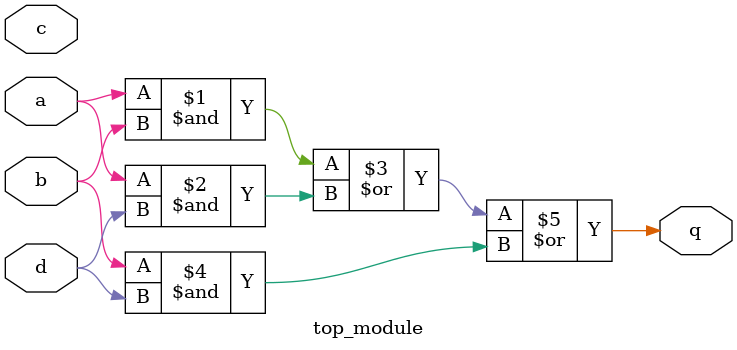
<source format=sv>
module top_module (
    input a,
    input b,
    input c,
    input d,
    output q
);

assign q = (a & b) | (a & d) | (b & d);

endmodule

</source>
